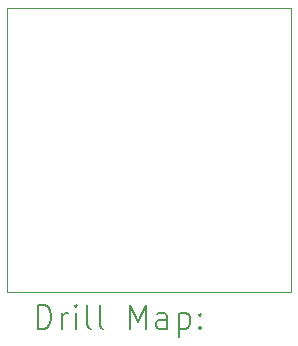
<source format=gbr>
%TF.GenerationSoftware,KiCad,Pcbnew,8.0.2-1*%
%TF.CreationDate,2024-09-09T14:50:27+01:00*%
%TF.ProjectId,test_module_1,74657374-5f6d-46f6-9475-6c655f312e6b,rev?*%
%TF.SameCoordinates,Original*%
%TF.FileFunction,Drillmap*%
%TF.FilePolarity,Positive*%
%FSLAX45Y45*%
G04 Gerber Fmt 4.5, Leading zero omitted, Abs format (unit mm)*
G04 Created by KiCad (PCBNEW 8.0.2-1) date 2024-09-09 14:50:27*
%MOMM*%
%LPD*%
G01*
G04 APERTURE LIST*
%ADD10C,0.050000*%
%ADD11C,0.200000*%
G04 APERTURE END LIST*
D10*
X12800000Y-8800000D02*
X15200000Y-8800000D01*
X15200000Y-11200000D01*
X12800000Y-11200000D01*
X12800000Y-8800000D01*
D11*
X13058277Y-11513984D02*
X13058277Y-11313984D01*
X13058277Y-11313984D02*
X13105896Y-11313984D01*
X13105896Y-11313984D02*
X13134467Y-11323508D01*
X13134467Y-11323508D02*
X13153515Y-11342555D01*
X13153515Y-11342555D02*
X13163039Y-11361603D01*
X13163039Y-11361603D02*
X13172562Y-11399698D01*
X13172562Y-11399698D02*
X13172562Y-11428269D01*
X13172562Y-11428269D02*
X13163039Y-11466365D01*
X13163039Y-11466365D02*
X13153515Y-11485412D01*
X13153515Y-11485412D02*
X13134467Y-11504460D01*
X13134467Y-11504460D02*
X13105896Y-11513984D01*
X13105896Y-11513984D02*
X13058277Y-11513984D01*
X13258277Y-11513984D02*
X13258277Y-11380650D01*
X13258277Y-11418746D02*
X13267801Y-11399698D01*
X13267801Y-11399698D02*
X13277324Y-11390174D01*
X13277324Y-11390174D02*
X13296372Y-11380650D01*
X13296372Y-11380650D02*
X13315420Y-11380650D01*
X13382086Y-11513984D02*
X13382086Y-11380650D01*
X13382086Y-11313984D02*
X13372562Y-11323508D01*
X13372562Y-11323508D02*
X13382086Y-11333031D01*
X13382086Y-11333031D02*
X13391610Y-11323508D01*
X13391610Y-11323508D02*
X13382086Y-11313984D01*
X13382086Y-11313984D02*
X13382086Y-11333031D01*
X13505896Y-11513984D02*
X13486848Y-11504460D01*
X13486848Y-11504460D02*
X13477324Y-11485412D01*
X13477324Y-11485412D02*
X13477324Y-11313984D01*
X13610658Y-11513984D02*
X13591610Y-11504460D01*
X13591610Y-11504460D02*
X13582086Y-11485412D01*
X13582086Y-11485412D02*
X13582086Y-11313984D01*
X13839229Y-11513984D02*
X13839229Y-11313984D01*
X13839229Y-11313984D02*
X13905896Y-11456841D01*
X13905896Y-11456841D02*
X13972562Y-11313984D01*
X13972562Y-11313984D02*
X13972562Y-11513984D01*
X14153515Y-11513984D02*
X14153515Y-11409222D01*
X14153515Y-11409222D02*
X14143991Y-11390174D01*
X14143991Y-11390174D02*
X14124943Y-11380650D01*
X14124943Y-11380650D02*
X14086848Y-11380650D01*
X14086848Y-11380650D02*
X14067801Y-11390174D01*
X14153515Y-11504460D02*
X14134467Y-11513984D01*
X14134467Y-11513984D02*
X14086848Y-11513984D01*
X14086848Y-11513984D02*
X14067801Y-11504460D01*
X14067801Y-11504460D02*
X14058277Y-11485412D01*
X14058277Y-11485412D02*
X14058277Y-11466365D01*
X14058277Y-11466365D02*
X14067801Y-11447317D01*
X14067801Y-11447317D02*
X14086848Y-11437793D01*
X14086848Y-11437793D02*
X14134467Y-11437793D01*
X14134467Y-11437793D02*
X14153515Y-11428269D01*
X14248753Y-11380650D02*
X14248753Y-11580650D01*
X14248753Y-11390174D02*
X14267801Y-11380650D01*
X14267801Y-11380650D02*
X14305896Y-11380650D01*
X14305896Y-11380650D02*
X14324943Y-11390174D01*
X14324943Y-11390174D02*
X14334467Y-11399698D01*
X14334467Y-11399698D02*
X14343991Y-11418746D01*
X14343991Y-11418746D02*
X14343991Y-11475888D01*
X14343991Y-11475888D02*
X14334467Y-11494936D01*
X14334467Y-11494936D02*
X14324943Y-11504460D01*
X14324943Y-11504460D02*
X14305896Y-11513984D01*
X14305896Y-11513984D02*
X14267801Y-11513984D01*
X14267801Y-11513984D02*
X14248753Y-11504460D01*
X14429705Y-11494936D02*
X14439229Y-11504460D01*
X14439229Y-11504460D02*
X14429705Y-11513984D01*
X14429705Y-11513984D02*
X14420182Y-11504460D01*
X14420182Y-11504460D02*
X14429705Y-11494936D01*
X14429705Y-11494936D02*
X14429705Y-11513984D01*
X14429705Y-11390174D02*
X14439229Y-11399698D01*
X14439229Y-11399698D02*
X14429705Y-11409222D01*
X14429705Y-11409222D02*
X14420182Y-11399698D01*
X14420182Y-11399698D02*
X14429705Y-11390174D01*
X14429705Y-11390174D02*
X14429705Y-11409222D01*
M02*

</source>
